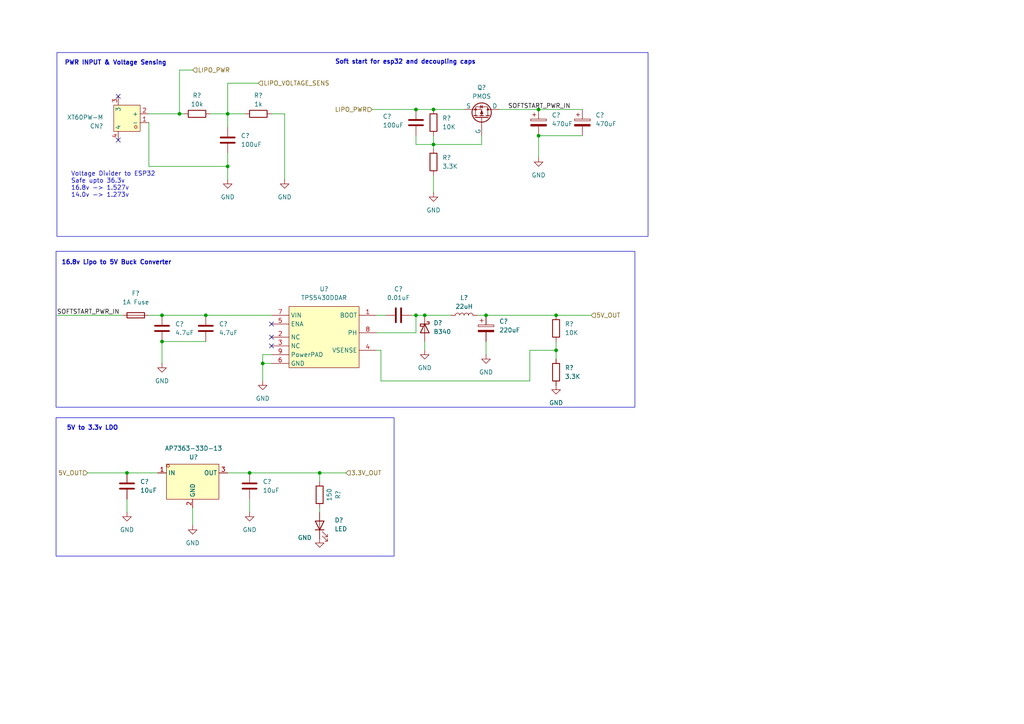
<source format=kicad_sch>
(kicad_sch (version 20250114) (generator "eeschema") (generator_version "9.0")
  (paper "A4")
  (lib_symbols
    (symbol "Device:C" (pin_numbers (hide yes)) (pin_names (offset 0.254))
      (property "Reference" "C" (at 0.635 2.54 0))
      (property "Value" "C" (at 0.635 -2.54 0))
      (symbol "C_0_1"
        (polyline (pts (xy -2.032 0.762) (xy 2.032 0.762)) (stroke (width 0.508)))
        (polyline (pts (xy -2.032 -0.762) (xy 2.032 -0.762)) (stroke (width 0.508)))
      )
      (symbol "C_1_1"
        (pin passive line (at 0 3.81 270) (length 2.794) (name "~") (number "1"))
        (pin passive line (at 0 -3.81 90) (length 2.794) (name "~") (number "2"))
      )
    )
    (symbol "Device:C_Polarized" (pin_numbers (hide yes)) (pin_names (offset 0.254))
      (property "Reference" "C" (at 0.635 2.54 0))
      (property "Value" "C_Polarized" (at 0.635 -2.54 0))
      (symbol "C_Polarized_0_1"
        (rectangle (start -2.286 0.508) (end 2.286 1.016))
        (polyline (pts (xy -1.778 2.286) (xy -0.762 2.286)))
        (polyline (pts (xy -1.27 2.794) (xy -1.27 1.778)))
        (rectangle (start 2.286 -0.508) (end -2.286 -1.016) (fill (type outline)))
      )
      (symbol "C_Polarized_1_1"
        (pin passive line (at 0 3.81 270) (length 2.794) (name "~") (number "1"))
        (pin passive line (at 0 -3.81 90) (length 2.794) (name "~") (number "2"))
      )
    )
    (symbol "Device:Fuse" (pin_numbers (hide yes)) (pin_names (offset 0))
      (property "Reference" "F" (at 2.032 0 90))
      (property "Value" "Fuse" (at -1.905 0 90))
      (symbol "Fuse_0_1"
        (rectangle (start -0.762 -2.54) (end 0.762 2.54) (stroke (width 0.254)))
        (polyline (pts (xy 0 2.54) (xy 0 -2.54)))
      )
      (symbol "Fuse_1_1"
        (pin passive line (at 0 3.81 270) (length 1.27) (name "~") (number "1"))
        (pin passive line (at 0 -3.81 90) (length 1.27) (name "~") (number "2"))
      )
    )
    (symbol "Device:L" (pin_numbers (hide yes)) (pin_names (offset 1.016) (hide yes))
      (property "Reference" "L" (at -1.27 0 90))
      (property "Value" "L" (at 1.905 0 90))
      (symbol "L_0_1"
        (arc (start 0 2.54) (mid 0.6323 1.905) (end 0 1.27))
        (arc (start 0 1.27) (mid 0.6323 0.635) (end 0 0))
        (arc (start 0 0) (mid 0.6323 -0.635) (end 0 -1.27))
        (arc (start 0 -1.27) (mid 0.6323 -1.905) (end 0 -2.54))
      )
      (symbol "L_1_1"
        (pin passive line (at 0 3.81 270) (length 1.27) (name "1") (number "1"))
        (pin passive line (at 0 -3.81 90) (length 1.27) (name "2") (number "2"))
      )
    )
    (symbol "Device:LED" (pin_numbers (hide yes)) (pin_names (offset 1.016) (hide yes))
      (property "Reference" "D" (at 0 2.54 0))
      (property "Value" "LED" (at 0 -2.54 0))
      (symbol "LED_0_1"
        (polyline (pts (xy -3.048 -0.762) (xy -4.572 -2.286) (xy -3.81 -2.286) (xy -4.572 -2.286) (xy -4.572 -1.524)))
        (polyline (pts (xy -1.778 -0.762) (xy -3.302 -2.286) (xy -2.54 -2.286) (xy -3.302 -2.286) (xy -3.302 -1.524)))
        (polyline (pts (xy -1.27 0) (xy 1.27 0)))
        (polyline (pts (xy -1.27 -1.27) (xy -1.27 1.27)) (stroke (width 0.254)))
        (polyline (pts (xy 1.27 -1.27) (xy 1.27 1.27) (xy -1.27 0) (xy 1.27 -1.27)) (stroke (width 0.254)))
      )
      (symbol "LED_1_1"
        (pin passive line (at -3.81 0 0) (length 2.54) (name "K") (number "1"))
        (pin passive line (at 3.81 0 180) (length 2.54) (name "A") (number "2"))
      )
    )
    (symbol "Device:R" (pin_numbers (hide yes)) (pin_names (offset 0))
      (property "Reference" "R" (at 2.032 0 90))
      (property "Value" "R" (at 0 0 90))
      (symbol "R_0_1"
        (rectangle (start -1.016 -2.54) (end 1.016 2.54) (stroke (width 0.254)))
      )
      (symbol "R_1_1"
        (pin passive line (at 0 3.81 270) (length 1.27) (name "~") (number "1"))
        (pin passive line (at 0 -3.81 90) (length 1.27) (name "~") (number "2"))
      )
    )
    (symbol "Diode:B340" (pin_numbers (hide yes)) (pin_names (offset 1.016) (hide yes))
      (property "Reference" "D" (at 0 2.54 0))
      (property "Value" "B340" (at 0 -2.54 0))
      (symbol "B340_0_1"
        (polyline (pts (xy -1.905 0.635) (xy -1.905 1.27) (xy -1.27 1.27) (xy -1.27 -1.27) (xy -0.635 -1.27) (xy -0.635 -0.635)) (stroke (width 0.254)))
        (polyline (pts (xy 1.27 1.27) (xy 1.27 -1.27) (xy -1.27 0) (xy 1.27 1.27)) (stroke (width 0.254)))
        (polyline (pts (xy 1.27 0) (xy -1.27 0)))
      )
      (symbol "B340_1_1"
        (pin passive line (at -3.81 0 0) (length 2.54) (name "K") (number "1"))
        (pin passive line (at 3.81 0 180) (length 2.54) (name "A") (number "2"))
      )
    )
    (symbol "Simulation_SPICE:PMOS" (pin_numbers (hide yes)) (pin_names (offset 0))
      (property "Reference" "Q" (at 5.08 1.27 0))
      (property "Value" "PMOS" (at 5.08 -1.27 0))
      (symbol "PMOS_0_1"
        (polyline (pts (xy 0.254 1.905) (xy 0.254 -1.905)) (stroke (width 0.254)))
        (polyline (pts (xy 0.254 0) (xy -2.54 0)))
        (polyline (pts (xy 0.762 2.286) (xy 0.762 1.27)) (stroke (width 0.254)))
        (polyline (pts (xy 0.762 1.778) (xy 3.302 1.778) (xy 3.302 -1.778) (xy 0.762 -1.778)))
        (polyline (pts (xy 0.762 0.508) (xy 0.762 -0.508)) (stroke (width 0.254)))
        (polyline (pts (xy 0.762 -1.27) (xy 0.762 -2.286)) (stroke (width 0.254)))
        (circle (center 1.651 0) (radius 2.794) (stroke (width 0.254)))
        (polyline (pts (xy 2.286 0) (xy 1.27 0.381) (xy 1.27 -0.381) (xy 2.286 0)) (fill (type outline)))
        (polyline (pts (xy 2.54 2.54) (xy 2.54 1.778)))
        (circle (center 2.54 1.778) (radius 0.254) (fill (type outline)))
        (circle (center 2.54 -1.778) (radius 0.254) (fill (type outline)))
        (polyline (pts (xy 2.54 -2.54) (xy 2.54 0) (xy 0.762 0)))
        (polyline (pts (xy 2.794 -0.508) (xy 2.921 -0.381) (xy 3.683 -0.381) (xy 3.81 -0.254)))
        (polyline (pts (xy 3.302 -0.381) (xy 2.921 0.254) (xy 3.683 0.254) (xy 3.302 -0.381)))
      )
      (symbol "PMOS_1_1"
        (pin input line (at -5.08 0 0) (length 2.54) (name "G") (number "2"))
        (pin passive line (at 2.54 5.08 270) (length 2.54) (name "D") (number "1"))
        (pin passive line (at 2.54 -5.08 90) (length 2.54) (name "S") (number "3"))
      )
    )
    (symbol "easyeda2kicad:AP7363-33D-13"
      (property "Reference" "U" (at 0 7.62 0))
      (property "Value" "AP7363-33D-13" (at 0 -13.97 0))
      (symbol "AP7363-33D-13_0_1"
        (rectangle (start -7.62 5.08) (end 7.62 -5.08) (fill (type background)))
        (circle (center -7.11 4.57) (radius 0.38))
        (pin unspecified line (at -10.16 2.54 0) (length 2.54) (name "IN") (number "1"))
        (pin unspecified line (at 0 -7.62 90) (length 2.54) (name "GND") (number "2"))
        (pin unspecified line (at 10.16 2.54 180) (length 2.54) (name "OUT") (number "3"))
      )
    )
    (symbol "easyeda2kicad:TPS5430DDAR"
      (property "Reference" "U" (at 0 11.43 0))
      (property "Value" "TPS5430DDAR" (at 0 -11.43 0))
      (symbol "TPS5430DDAR_0_1"
        (rectangle (start -10.16 8.89) (end 10.16 -8.89) (fill (type background)))
        (pin unspecified line (at -15.24 6.35 0) (length 5.08) (name "VIN") (number "7"))
        (pin unspecified line (at -15.24 3.81 0) (length 5.08) (name "ENA") (number "5"))
        (pin unspecified line (at -15.24 0 0) (length 5.08) (name "NC") (number "2"))
        (pin unspecified line (at -15.24 -2.54 0) (length 5.08) (name "NC") (number "3"))
        (pin unspecified line (at -15.24 -5.08 0) (length 5.08) (name "PowerPAD") (number "9"))
        (pin unspecified line (at -15.24 -7.62 0) (length 5.08) (name "GND") (number "6"))
        (pin unspecified line (at 15.24 6.35 180) (length 5.08) (name "BOOT") (number "1"))
        (pin unspecified line (at 15.24 1.27 180) (length 5.08) (name "PH") (number "8"))
        (pin unspecified line (at 15.24 -3.81 180) (length 5.08) (name "VSENSE") (number "4"))
      )
    )
    (symbol "easyeda2kicad:XT60PW-M"
      (property "Reference" "CN" (at 0 13.97 0))
      (property "Value" "XT60PW-M" (at 0 -8.89 0))
      (symbol "XT60PW-M_0_1"
        (rectangle (start -2.54 6.35) (end 5.08 -1.27) (fill (type background)))
        (circle (center -1.27 5.08) (radius 0.38))
        (pin unspecified line (at -5.08 3.81 0) (length 2.54) (name "-") (number "1"))
        (pin unspecified line (at -5.08 1.27 0) (length 2.54) (name "+") (number "2"))
        (pin unspecified line (at 3.81 8.89 270) (length 2.54) (name "4") (number "4"))
        (pin unspecified line (at 3.81 -3.81 90) (length 2.54) (name "3") (number "3"))
      )
    )
    (symbol "power:GND" (power) (pin_numbers (hide yes)) (pin_names (offset 0) (hide yes))
      (property "Value" "GND" (at 0 -3.81 0))
      (symbol "GND_0_1"
        (polyline (pts (xy 0 0) (xy 0 -1.27) (xy 1.27 -1.27) (xy 0 -2.54) (xy -1.27 -1.27) (xy 0 -1.27)))
      )
      (symbol "GND_1_1"
        (pin power_in line (at 0 0 270) (length 0) (name "~") (number "1"))
      )
    )
  )
  (rectangle (start 16.256 72.898) (end 184.15 118.11))
  (rectangle (start 16.256 121.158) (end 114.3 161.29))
  (rectangle (start 16.51 15.24) (end 187.96 68.58))
  (text "Voltage Divider to ESP32\nSafe upto 36.3v\n16.8v -> 1.527v\n14.0v -> 1.273v" (at 20.574 53.594 0) (effects (font (size 1.27 1.27)) (justify left)))
  (text "PWR INPUT & Voltage Sensing" (at 33.528 18.288 0) (effects (font (size 1.27 1.27) (thickness 0.254) (bold yes))))
  (text "16.8v Lipo to 5V Buck Converter" (at 17.78 76.2 0) (effects (font (size 1.27 1.27) (thickness 0.254) (bold yes)) (justify left)))
  (text "5V to 3.3v LDO" (at 19.304 124.206 0) (effects (font (size 1.27 1.27) (thickness 0.254) (bold yes)) (justify left)))
  (text "Soft start for esp32 and decoupling caps" (at 117.602 18.034 0) (effects (font (size 1.27 1.27) (thickness 0.254) (bold yes))))
  (junction (at 46.99 91.44))
  (junction (at 120.65 91.44))
  (junction (at 125.73 31.75))
  (junction (at 156.21 31.75))
  (junction (at 66.04 33.02))
  (junction (at 52.07 33.02))
  (junction (at 76.2 105.41))
  (junction (at 125.73 41.91))
  (junction (at 66.04 48.26))
  (junction (at 156.21 39.37))
  (junction (at 36.83 137.16))
  (junction (at 123.19 91.44))
  (junction (at 161.29 91.44))
  (junction (at 59.69 91.44))
  (junction (at 140.97 91.44))
  (junction (at 46.99 99.06))
  (junction (at 161.29 101.6))
  (junction (at 72.39 137.16))
  (junction (at 120.65 31.75))
  (junction (at 92.71 137.16))
  (no_connect (at 78.74 100.33))
  (no_connect (at 78.74 97.79))
  (no_connect (at 78.74 93.98))
  (no_connect (at 34.29 40.64))
  (no_connect (at 34.29 27.94))
  (wire (pts (xy 43.18 91.44) (xy 46.99 91.44)))
  (wire (pts (xy 125.73 50.8) (xy 125.73 55.88)))
  (wire (pts (xy 66.04 52.07) (xy 66.04 48.26)))
  (wire (pts (xy 109.22 96.52) (xy 120.65 96.52)))
  (wire (pts (xy 139.7 41.91) (xy 139.7 39.37)))
  (wire (pts (xy 66.04 24.13) (xy 66.04 33.02)))
  (wire (pts (xy 140.97 99.06) (xy 140.97 102.87)))
  (wire (pts (xy 46.99 99.06) (xy 59.69 99.06)))
  (wire (pts (xy 156.21 31.75) (xy 168.91 31.75)))
  (wire (pts (xy 52.07 33.02) (xy 53.34 33.02)))
  (wire (pts (xy 138.43 91.44) (xy 140.97 91.44)))
  (wire (pts (xy 125.73 31.75) (xy 134.62 31.75)))
  (wire (pts (xy 92.71 148.59) (xy 92.71 147.32)))
  (wire (pts (xy 153.67 101.6) (xy 161.29 101.6)))
  (wire (pts (xy 120.65 41.91) (xy 125.73 41.91)))
  (wire (pts (xy 107.95 31.75) (xy 120.65 31.75)))
  (wire (pts (xy 59.69 91.44) (xy 78.74 91.44)))
  (wire (pts (xy 60.96 33.02) (xy 66.04 33.02)))
  (wire (pts (xy 76.2 102.87) (xy 76.2 105.41)))
  (wire (pts (xy 120.65 31.75) (xy 125.73 31.75)))
  (wire (pts (xy 76.2 105.41) (xy 76.2 110.49)))
  (wire (pts (xy 125.73 39.37) (xy 125.73 41.91)))
  (wire (pts (xy 43.18 48.26) (xy 43.18 35.56)))
  (wire (pts (xy 120.65 39.37) (xy 120.65 41.91)))
  (wire (pts (xy 78.74 33.02) (xy 82.55 33.02)))
  (wire (pts (xy 156.21 39.37) (xy 156.21 45.72)))
  (wire (pts (xy 25.4 137.16) (xy 36.83 137.16)))
  (wire (pts (xy 110.49 101.6) (xy 110.49 110.49)))
  (wire (pts (xy 144.78 31.75) (xy 156.21 31.75)))
  (wire (pts (xy 153.67 110.49) (xy 153.67 101.6)))
  (wire (pts (xy 156.21 39.37) (xy 168.91 39.37)))
  (wire (pts (xy 125.73 41.91) (xy 139.7 41.91)))
  (wire (pts (xy 72.39 137.16) (xy 92.71 137.16)))
  (wire (pts (xy 140.97 91.44) (xy 161.29 91.44)))
  (wire (pts (xy 92.71 137.16) (xy 100.33 137.16)))
  (wire (pts (xy 109.22 91.44) (xy 111.76 91.44)))
  (wire (pts (xy 52.07 20.32) (xy 52.07 33.02)))
  (wire (pts (xy 120.65 96.52) (xy 120.65 91.44)))
  (wire (pts (xy 46.99 105.41) (xy 46.99 99.06)))
  (wire (pts (xy 36.83 148.59) (xy 36.83 144.78)))
  (wire (pts (xy 92.71 139.7) (xy 92.71 137.16)))
  (wire (pts (xy 43.18 33.02) (xy 52.07 33.02)))
  (wire (pts (xy 123.19 99.06) (xy 123.19 101.6)))
  (wire (pts (xy 66.04 36.83) (xy 66.04 33.02)))
  (wire (pts (xy 119.38 91.44) (xy 120.65 91.44)))
  (wire (pts (xy 36.83 137.16) (xy 45.72 137.16)))
  (wire (pts (xy 16.51 91.44) (xy 35.56 91.44)))
  (wire (pts (xy 43.18 48.26) (xy 66.04 48.26)))
  (wire (pts (xy 55.88 152.4) (xy 55.88 147.32)))
  (wire (pts (xy 46.99 91.44) (xy 59.69 91.44)))
  (wire (pts (xy 110.49 110.49) (xy 153.67 110.49)))
  (wire (pts (xy 66.04 48.26) (xy 66.04 44.45)))
  (wire (pts (xy 74.93 24.13) (xy 66.04 24.13)))
  (wire (pts (xy 78.74 102.87) (xy 76.2 102.87)))
  (wire (pts (xy 120.65 91.44) (xy 123.19 91.44)))
  (wire (pts (xy 76.2 105.41) (xy 78.74 105.41)))
  (wire (pts (xy 125.73 41.91) (xy 125.73 43.18)))
  (wire (pts (xy 66.04 33.02) (xy 71.12 33.02)))
  (wire (pts (xy 123.19 91.44) (xy 130.81 91.44)))
  (wire (pts (xy 55.88 20.32) (xy 52.07 20.32)))
  (wire (pts (xy 66.04 137.16) (xy 72.39 137.16)))
  (wire (pts (xy 82.55 33.02) (xy 82.55 52.07)))
  (wire (pts (xy 72.39 148.59) (xy 72.39 144.78)))
  (wire (pts (xy 161.29 99.06) (xy 161.29 101.6)))
  (wire (pts (xy 161.29 101.6) (xy 161.29 104.14)))
  (wire (pts (xy 109.22 101.6) (xy 110.49 101.6)))
  (wire (pts (xy 161.29 91.44) (xy 171.45 91.44)))
  (label "SOFTSTART_PWR_IN" (at 16.51 91.44 0))
  (label "SOFTSTART_PWR_IN" (at 147.32 31.75 0))
  (hierarchical_label "3.3V_OUT" (shape input) (at 100.33 137.16 0))
  (hierarchical_label "LIPO_PWR" (shape input) (at 107.95 31.75 180))
  (hierarchical_label "5V_OUT" (shape input) (at 25.4 137.16 180))
  (hierarchical_label "LIPO_VOLTAGE_SENS" (shape input) (at 74.93 24.13 0))
  (hierarchical_label "LIPO_PWR" (shape input) (at 55.88 20.32 0))
  (hierarchical_label "5V_OUT" (shape input) (at 171.45 91.44 0))
  (symbol (lib_id "Device:C_Polarized") (at 168.91 35.56 0) (unit 1)
    (property "Reference" "C?" (at 172.72 33.4009 0) (effects (justify left)))
    (property "Value" "470uF" (at 172.72 35.9409 0) (effects (justify left)))
    (property "Description" "Polarized capacitor" (effects (hide yes)))
  )
  (symbol (lib_id "power:GND") (at 82.55 52.07 0) (unit 1)
    (property "Reference" "#PWR03" (effects (hide yes)))
    (property "Value" "GND" (at 82.55 57.15 0))
    (property "Description" "Power symbol creates a global label with name \"GND\" , ground" (effects (hide yes)))
  )
  (symbol (lib_id "Device:L") (at 134.62 91.44 90) (unit 1)
    (property "Reference" "L?" (at 134.62 86.36 90))
    (property "Value" "22uH" (at 134.62 88.9 90))
    (property "Description" "Inductor" (effects (hide yes)))
  )
  (symbol (lib_id "Diode:B340") (at 123.19 95.25 270) (unit 1)
    (property "Reference" "D?" (at 125.73 93.6624 90) (effects (justify left)))
    (property "Value" "B340" (at 125.73 96.2024 90) (effects (justify left)))
    (property "Footprint" "Diode_SMD:D_SMC" (effects (hide yes)))
    (property "Datasheet" "http://www.jameco.com/Jameco/Products/ProdDS/1538777.pdf" (effects (hide yes)))
    (property "Description" "40V 3A Schottky Barrier Rectifier Diode, SMC" (effects (hide yes)))
  )
  (symbol (lib_id "power:GND") (at 72.39 148.59 0) (unit 1)
    (property "Reference" "#PWR010" (effects (hide yes)))
    (property "Value" "GND" (at 72.39 153.67 0))
    (property "Description" "Power symbol creates a global label with name \"GND\" , ground" (effects (hide yes)))
  )
  (symbol (lib_id "Device:R") (at 125.73 35.56 0) (unit 1)
    (property "Reference" "R?" (at 128.27 34.2899 0) (effects (justify left)))
    (property "Value" "10K" (at 128.27 36.8299 0) (effects (justify left)))
    (property "Description" "Resistor" (effects (hide yes)))
  )
  (symbol (lib_id "power:GND") (at 76.2 110.49 0) (unit 1)
    (property "Reference" "#PWR04" (effects (hide yes)))
    (property "Value" "GND" (at 76.2 115.57 0))
    (property "Description" "Power symbol creates a global label with name \"GND\" , ground" (effects (hide yes)))
  )
  (symbol (lib_id "Device:R") (at 125.73 46.99 0) (unit 1)
    (property "Reference" "R?" (at 128.27 45.7199 0) (effects (justify left)))
    (property "Value" "3.3K" (at 128.27 48.2599 0) (effects (justify left)))
    (property "Description" "Resistor" (effects (hide yes)))
  )
  (symbol (lib_id "Simulation_SPICE:PMOS") (at 139.7 34.29 270) (mirror x) (unit 1)
    (property "Reference" "Q?" (at 139.7 25.4 90))
    (property "Value" "PMOS" (at 139.7 27.94 90))
    (property "Datasheet" "https://ngspice.sourceforge.io/docs/ngspice-html-manual/manual.xhtml#cha_MOSFETs" (effects (hide yes)))
    (property "Description" "P-MOSFET transistor, drain/source/gate" (effects (hide yes)))
    (property "Sim.Device" "PMOS" (effects (hide yes)))
    (property "Sim.Type" "VDMOS" (effects (hide yes)))
    (property "Sim.Pins" "1=D 2=G 3=S" (effects (hide yes)))
  )
  (symbol (lib_id "Device:C") (at 66.04 40.64 0) (unit 1)
    (property "Reference" "C?" (at 69.85 39.3699 0) (effects (justify left)))
    (property "Value" "100uF" (at 69.85 41.9099 0) (effects (justify left)))
    (property "Description" "Unpolarized capacitor" (effects (hide yes)))
  )
  (symbol (lib_id "easyeda2kicad:AP7363-33D-13") (at 55.88 139.7 0) (unit 1)
    (property "Reference" "U?" (at 56.134 132.588 0))
    (property "Value" "AP7363-33D-13" (at 56.134 130.048 0))
    (property "Footprint" "easyeda2kicad:DPAK-3_L6.6-W6.1-P2.28-LS9.9-BR" (effects (hide yes)))
    (property "Datasheet" "https://lcsc.com/product-detail/Linear-Voltage-Regulators_Diodes-Incorporated_AP7363-33D-13_Diodes-Incorporated-AP7363-33D-13_C108723.html" (effects (hide yes)))
    (property "LCSC Part" "C108723" (effects (hide yes)))
  )
  (symbol (lib_id "Device:R") (at 57.15 33.02 90) (unit 1)
    (property "Reference" "R?" (at 57.15 27.686 90))
    (property "Value" "10k" (at 57.15 30.226 90))
    (property "Description" "Resistor" (effects (hide yes)))
  )
  (symbol (lib_id "Device:R") (at 161.29 95.25 0) (unit 1)
    (property "Reference" "R?" (at 163.83 93.9799 0) (effects (justify left)))
    (property "Value" "10K" (at 163.83 96.5199 0) (effects (justify left)))
    (property "Description" "Resistor" (effects (hide yes)))
  )
  (symbol (lib_id "power:GND") (at 123.19 101.6 0) (unit 1)
    (property "Reference" "#PWR06" (effects (hide yes)))
    (property "Value" "GND" (at 123.19 106.68 0))
    (property "Description" "Power symbol creates a global label with name \"GND\" , ground" (effects (hide yes)))
  )
  (symbol (lib_id "Device:R") (at 161.29 107.95 0) (unit 1)
    (property "Reference" "R?" (at 163.83 106.6799 0) (effects (justify left)))
    (property "Value" "3.3K" (at 163.83 109.2199 0) (effects (justify left)))
    (property "Description" "Resistor" (effects (hide yes)))
  )
  (symbol (lib_id "easyeda2kicad:XT60PW-M") (at 38.1 31.75 180) (unit 1)
    (property "Reference" "CN?" (at 29.972 36.576 0) (effects (justify left)))
    (property "Value" "XT60PW-M" (at 29.972 34.036 0) (effects (justify left)))
    (property "Footprint" "easyeda2kicad:CONN-TH_XT60PW-M" (effects (hide yes)))
    (property "LCSC Part" "C98732" (effects (hide yes)))
  )
  (symbol (lib_id "Device:C") (at 46.99 95.25 0) (unit 1)
    (property "Reference" "C?" (at 50.8 93.9799 0) (effects (justify left)))
    (property "Value" "4.7uF" (at 50.8 96.5199 0) (effects (justify left)))
    (property "Description" "Unpolarized capacitor" (effects (hide yes)))
  )
  (symbol (lib_id "Device:C") (at 59.69 95.25 0) (unit 1)
    (property "Reference" "C?" (at 63.5 93.9799 0) (effects (justify left)))
    (property "Value" "4.7uF" (at 63.5 96.5199 0) (effects (justify left)))
    (property "Description" "Unpolarized capacitor" (effects (hide yes)))
  )
  (symbol (lib_id "power:GND") (at 36.83 148.59 0) (unit 1)
    (property "Reference" "#PWR09" (effects (hide yes)))
    (property "Value" "GND" (at 36.83 153.67 0))
    (property "Description" "Power symbol creates a global label with name \"GND\" , ground" (effects (hide yes)))
  )
  (symbol (lib_id "Device:Fuse") (at 39.37 91.44 90) (unit 1)
    (property "Reference" "F?" (at 39.37 85.09 90))
    (property "Value" "1A Fuse" (at 39.37 87.63 90))
    (property "Footprint" "Fuse:Fuse_1206_3216Metric_Pad1.42x1.75mm_HandSolder" (effects (hide yes)))
    (property "Description" "Fuse" (effects (hide yes)))
  )
  (symbol (lib_id "power:GND") (at 92.71 156.21 0) (unit 1)
    (property "Reference" "#PWR027" (effects (hide yes)))
    (property "Value" "GND" (at 88.392 155.956 0))
    (property "Description" "Power symbol creates a global label with name \"GND\" , ground" (effects (hide yes)))
  )
  (symbol (lib_id "Device:LED") (at 92.71 152.4 90) (unit 1)
    (property "Reference" "D?" (at 97.028 150.876 90) (effects (justify right)))
    (property "Value" "LED" (at 97.028 153.416 90) (effects (justify right)))
    (property "Description" "Light emitting diode" (effects (hide yes)))
    (property "Sim.Pins" "1=K 2=A" (effects (hide yes)))
  )
  (symbol (lib_id "power:GND") (at 46.99 105.41 0) (unit 1)
    (property "Reference" "#PWR01" (effects (hide yes)))
    (property "Value" "GND" (at 46.99 110.49 0))
    (property "Description" "Power symbol creates a global label with name \"GND\" , ground" (effects (hide yes)))
  )
  (symbol (lib_id "Device:R") (at 74.93 33.02 90) (unit 1)
    (property "Reference" "R?" (at 74.93 27.686 90))
    (property "Value" "1k" (at 74.93 30.226 90))
    (property "Description" "Resistor" (effects (hide yes)))
  )
  (symbol (lib_id "Device:C_Polarized") (at 156.21 35.56 0) (unit 1)
    (property "Reference" "C?" (at 160.02 33.4009 0) (effects (justify left)))
    (property "Value" "470uF" (at 160.02 35.9409 0) (effects (justify left)))
    (property "Description" "Polarized capacitor" (effects (hide yes)))
  )
  (symbol (lib_id "power:GND") (at 55.88 152.4 0) (unit 1)
    (property "Reference" "#PWR08" (effects (hide yes)))
    (property "Value" "GND" (at 55.88 157.48 0))
    (property "Description" "Power symbol creates a global label with name \"GND\" , ground" (effects (hide yes)))
  )
  (symbol (lib_id "Device:C") (at 120.65 35.56 180) (unit 1)
    (property "Reference" "C?" (at 110.998 33.782 0) (effects (justify right)))
    (property "Value" "100uF" (at 110.998 36.322 0) (effects (justify right)))
    (property "Description" "Unpolarized capacitor" (effects (hide yes)))
  )
  (symbol (lib_id "easyeda2kicad:TPS5430DDAR") (at 93.98 97.79 0) (unit 1)
    (property "Reference" "U?" (at 93.98 83.82 0))
    (property "Value" "TPS5430DDAR" (at 93.98 86.36 0))
    (property "Footprint" "easyeda2kicad:ESOP-8_L4.9-W3.9-P1.27-LS6.0-TL-EP" (effects (hide yes)))
    (property "Datasheet" "https://lcsc.com/product-detail/DC-DC-Converters_TI_TPS5430DDAR_TPS5430DDAR_C9864.html" (effects (hide yes)))
    (property "LCSC Part" "C9864" (effects (hide yes)))
  )
  (symbol (lib_id "Device:C") (at 36.83 140.97 0) (unit 1)
    (property "Reference" "C?" (at 40.64 139.6999 0) (effects (justify left)))
    (property "Value" "10uF" (at 40.64 142.2399 0) (effects (justify left)))
    (property "Description" "Unpolarized capacitor" (effects (hide yes)))
  )
  (symbol (lib_id "Device:C") (at 115.57 91.44 90) (unit 1)
    (property "Reference" "C?" (at 115.57 83.82 90))
    (property "Value" "0.01uF" (at 115.57 86.36 90))
    (property "Description" "Unpolarized capacitor" (effects (hide yes)))
  )
  (symbol (lib_id "power:GND") (at 140.97 102.87 0) (unit 1)
    (property "Reference" "#PWR07" (effects (hide yes)))
    (property "Value" "GND" (at 140.97 107.95 0))
    (property "Description" "Power symbol creates a global label with name \"GND\" , ground" (effects (hide yes)))
  )
  (symbol (lib_id "power:GND") (at 156.21 45.72 0) (unit 1)
    (property "Reference" "#PWR032" (effects (hide yes)))
    (property "Value" "GND" (at 156.21 50.8 0))
    (property "Description" "Power symbol creates a global label with name \"GND\" , ground" (effects (hide yes)))
  )
  (symbol (lib_id "Device:C") (at 72.39 140.97 0) (unit 1)
    (property "Reference" "C?" (at 76.2 139.6999 0) (effects (justify left)))
    (property "Value" "10uF" (at 76.2 142.2399 0) (effects (justify left)))
    (property "Description" "Unpolarized capacitor" (effects (hide yes)))
  )
  (symbol (lib_id "power:GND") (at 161.29 111.76 0) (unit 1)
    (property "Reference" "#PWR05" (effects (hide yes)))
    (property "Value" "GND" (at 161.29 116.84 0))
    (property "Description" "Power symbol creates a global label with name \"GND\" , ground" (effects (hide yes)))
  )
  (symbol (lib_id "Device:R") (at 92.71 143.51 0) (unit 1)
    (property "Reference" "R?" (at 98.044 143.51 90))
    (property "Value" "150" (at 95.504 143.51 90))
    (property "Description" "Resistor" (effects (hide yes)))
  )
  (symbol (lib_id "power:GND") (at 66.04 52.07 0) (unit 1)
    (property "Reference" "#PWR02" (effects (hide yes)))
    (property "Value" "GND" (at 66.04 57.15 0))
    (property "Description" "Power symbol creates a global label with name \"GND\" , ground" (effects (hide yes)))
  )
  (symbol (lib_id "Device:C_Polarized") (at 140.97 95.25 0) (unit 1)
    (property "Reference" "C?" (at 144.78 93.218 0) (effects (justify left)))
    (property "Value" "220uF" (at 144.78 95.758 0) (effects (justify left)))
    (property "Description" "Polarized capacitor" (effects (hide yes)))
  )
  (symbol (lib_id "power:GND") (at 125.73 55.88 0) (unit 1)
    (property "Reference" "#PWR031" (effects (hide yes)))
    (property "Value" "GND" (at 125.73 60.96 0))
    (property "Description" "Power symbol creates a global label with name \"GND\" , ground" (effects (hide yes)))
  )
)
</source>
